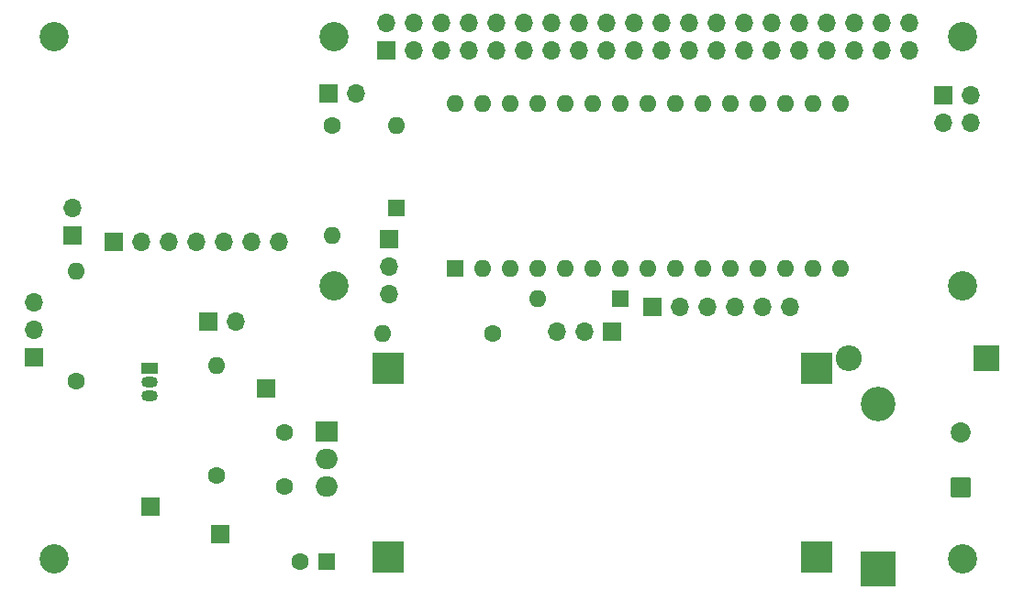
<source format=gbr>
G04 #@! TF.GenerationSoftware,KiCad,Pcbnew,7.0.11+dfsg-1build4*
G04 #@! TF.CreationDate,2025-04-23T22:41:42-04:00*
G04 #@! TF.ProjectId,trackteur_arduino_V1,74726163-6b74-4657-9572-5f6172647569,rev?*
G04 #@! TF.SameCoordinates,Original*
G04 #@! TF.FileFunction,Soldermask,Top*
G04 #@! TF.FilePolarity,Negative*
%FSLAX46Y46*%
G04 Gerber Fmt 4.6, Leading zero omitted, Abs format (unit mm)*
G04 Created by KiCad (PCBNEW 7.0.11+dfsg-1build4) date 2025-04-23 22:41:42*
%MOMM*%
%LPD*%
G01*
G04 APERTURE LIST*
G04 Aperture macros list*
%AMRoundRect*
0 Rectangle with rounded corners*
0 $1 Rounding radius*
0 $2 $3 $4 $5 $6 $7 $8 $9 X,Y pos of 4 corners*
0 Add a 4 corners polygon primitive as box body*
4,1,4,$2,$3,$4,$5,$6,$7,$8,$9,$2,$3,0*
0 Add four circle primitives for the rounded corners*
1,1,$1+$1,$2,$3*
1,1,$1+$1,$4,$5*
1,1,$1+$1,$6,$7*
1,1,$1+$1,$8,$9*
0 Add four rect primitives between the rounded corners*
20,1,$1+$1,$2,$3,$4,$5,0*
20,1,$1+$1,$4,$5,$6,$7,0*
20,1,$1+$1,$6,$7,$8,$9,0*
20,1,$1+$1,$8,$9,$2,$3,0*%
G04 Aperture macros list end*
%ADD10R,1.700000X1.700000*%
%ADD11R,1.600000X1.600000*%
%ADD12O,1.600000X1.600000*%
%ADD13R,2.000000X1.905000*%
%ADD14O,2.000000X1.905000*%
%ADD15R,3.200000X3.200000*%
%ADD16O,3.200000X3.200000*%
%ADD17C,2.700000*%
%ADD18O,1.700000X1.700000*%
%ADD19C,1.600000*%
%ADD20R,2.400000X2.400000*%
%ADD21O,2.400000X2.400000*%
%ADD22RoundRect,0.102000X0.825000X-0.825000X0.825000X0.825000X-0.825000X0.825000X-0.825000X-0.825000X0*%
%ADD23C,1.854000*%
%ADD24R,1.500000X1.050000*%
%ADD25O,1.500000X1.050000*%
%ADD26R,3.000000X3.000000*%
G04 APERTURE END LIST*
D10*
X176460000Y-90530000D03*
D11*
X192660000Y-60400000D03*
D12*
X192660000Y-52780000D03*
D10*
X180690000Y-77110000D03*
D13*
X186290000Y-81070000D03*
D14*
X186290000Y-83610000D03*
X186290000Y-86150000D03*
D15*
X237120000Y-93810000D03*
D16*
X237120000Y-78570000D03*
D17*
X161100000Y-44620000D03*
D10*
X159210000Y-74180000D03*
D18*
X159210000Y-71640000D03*
X159210000Y-69100000D03*
D19*
X163120000Y-76440000D03*
D12*
X163120000Y-66280000D03*
D10*
X212550000Y-71870000D03*
D18*
X210010000Y-71870000D03*
X207470000Y-71870000D03*
D11*
X213310000Y-68820000D03*
D12*
X205690000Y-68820000D03*
D20*
X247160000Y-74270000D03*
D21*
X234460000Y-74270000D03*
D22*
X244730000Y-86210000D03*
D23*
X244730000Y-81130000D03*
D10*
X216340000Y-69570000D03*
D18*
X218880000Y-69570000D03*
X221420000Y-69570000D03*
X223960000Y-69570000D03*
X226500000Y-69570000D03*
X229040000Y-69570000D03*
D11*
X186269513Y-93116400D03*
D19*
X183769513Y-93116400D03*
D17*
X186900000Y-67620000D03*
D10*
X175370000Y-70880000D03*
D18*
X177910000Y-70880000D03*
D17*
X244900000Y-44620000D03*
D19*
X176060000Y-85100000D03*
D12*
X176060000Y-74940000D03*
D10*
X192020000Y-63315000D03*
D18*
X192020000Y-65855000D03*
X192020000Y-68395000D03*
D17*
X161100000Y-92800000D03*
D24*
X169950000Y-75270000D03*
D25*
X169950000Y-76540000D03*
X169950000Y-77810000D03*
D10*
X162820000Y-62925000D03*
D18*
X162820000Y-60385000D03*
D10*
X166630000Y-63521200D03*
D18*
X169170000Y-63521200D03*
X171710000Y-63521200D03*
X174250000Y-63521200D03*
X176790000Y-63521200D03*
X179330000Y-63521200D03*
X181870000Y-63521200D03*
D10*
X186425000Y-49860000D03*
D18*
X188965000Y-49860000D03*
D10*
X169970000Y-88020000D03*
D17*
X244900000Y-67620000D03*
X244900000Y-92800000D03*
D19*
X186790000Y-52830000D03*
D12*
X186790000Y-62990000D03*
D19*
X182330000Y-86150000D03*
X182330000Y-81150000D03*
D26*
X231490000Y-92700000D03*
X191940000Y-92700000D03*
X231490000Y-75200000D03*
X191940000Y-75200000D03*
D17*
X186900000Y-44620000D03*
D10*
X191770000Y-45890000D03*
D18*
X191770000Y-43350000D03*
X194310000Y-45890000D03*
X194310000Y-43350000D03*
X196850000Y-45890000D03*
X196850000Y-43350000D03*
X199390000Y-45890000D03*
X199390000Y-43350000D03*
X201930000Y-45890000D03*
X201930000Y-43350000D03*
X204470000Y-45890000D03*
X204470000Y-43350000D03*
X207010000Y-45890000D03*
X207010000Y-43350000D03*
X209550000Y-45890000D03*
X209550000Y-43350000D03*
X212090000Y-45890000D03*
X212090000Y-43350000D03*
X214630000Y-45890000D03*
X214630000Y-43350000D03*
X217170000Y-45890000D03*
X217170000Y-43350000D03*
X219710000Y-45890000D03*
X219710000Y-43350000D03*
X222250000Y-45890000D03*
X222250000Y-43350000D03*
X224790000Y-45890000D03*
X224790000Y-43350000D03*
X227330000Y-45890000D03*
X227330000Y-43350000D03*
X229870000Y-45890000D03*
X229870000Y-43350000D03*
X232410000Y-45890000D03*
X232410000Y-43350000D03*
X234950000Y-45890000D03*
X234950000Y-43350000D03*
X237490000Y-45890000D03*
X237490000Y-43350000D03*
X240030000Y-45890000D03*
X240030000Y-43350000D03*
D10*
X243179600Y-50038000D03*
D18*
X245719600Y-50038000D03*
X243179600Y-52578000D03*
X245719600Y-52578000D03*
D19*
X201560000Y-71970000D03*
D12*
X191400000Y-71970000D03*
D11*
X198120000Y-66040000D03*
D12*
X200660000Y-66040000D03*
X203200000Y-66040000D03*
X205740000Y-66040000D03*
X208280000Y-66040000D03*
X210820000Y-66040000D03*
X213360000Y-66040000D03*
X215900000Y-66040000D03*
X218440000Y-66040000D03*
X220980000Y-66040000D03*
X223520000Y-66040000D03*
X226060000Y-66040000D03*
X228600000Y-66040000D03*
X231140000Y-66040000D03*
X233680000Y-66040000D03*
X233680000Y-50800000D03*
X231140000Y-50800000D03*
X228600000Y-50800000D03*
X226060000Y-50800000D03*
X223520000Y-50800000D03*
X220980000Y-50800000D03*
X218440000Y-50800000D03*
X215900000Y-50800000D03*
X213360000Y-50800000D03*
X210820000Y-50800000D03*
X208280000Y-50800000D03*
X205740000Y-50800000D03*
X203200000Y-50800000D03*
X200660000Y-50800000D03*
X198120000Y-50800000D03*
M02*

</source>
